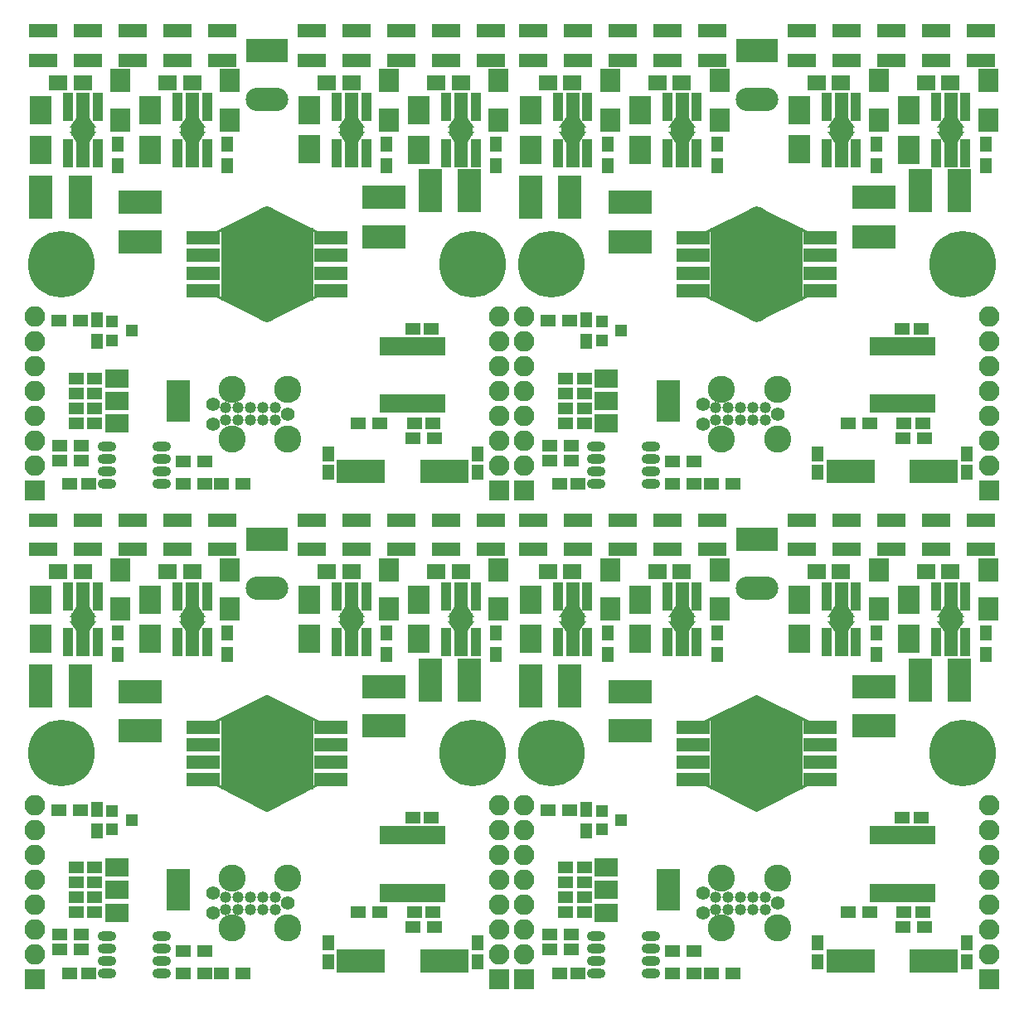
<source format=gts>
G04 #@! TF.GenerationSoftware,KiCad,Pcbnew,5.1.4*
G04 #@! TF.CreationDate,2019-08-27T21:41:19+02:00*
G04 #@! TF.ProjectId,led_pixel_stm32f030_x4,6c65645f-7069-4786-956c-5f73746d3332,1.1*
G04 #@! TF.SameCoordinates,Original*
G04 #@! TF.FileFunction,Soldermask,Top*
G04 #@! TF.FilePolarity,Negative*
%FSLAX46Y46*%
G04 Gerber Fmt 4.6, Leading zero omitted, Abs format (unit mm)*
G04 Created by KiCad (PCBNEW 5.1.4) date 2019-08-27 21:41:19*
%MOMM*%
%LPD*%
G04 APERTURE LIST*
%ADD10R,2.900000X1.400000*%
%ADD11R,3.400000X1.400000*%
%ADD12C,7.400000*%
%ADD13C,0.100000*%
%ADD14C,2.420524*%
%ADD15R,1.900000X1.650000*%
%ADD16R,1.300000X1.200000*%
%ADD17R,1.600000X1.150000*%
%ADD18C,6.800000*%
%ADD19C,1.000000*%
%ADD20R,1.300000X1.600000*%
%ADD21R,2.200000X2.900000*%
%ADD22R,4.400000X2.400000*%
%ADD23R,2.100000X2.400000*%
%ADD24R,2.400000X4.200000*%
%ADD25R,2.400000X1.900000*%
%ADD26R,0.850000X1.850000*%
%ADD27R,2.400000X4.400000*%
%ADD28R,2.400000X1.200000*%
%ADD29C,1.150000*%
%ADD30R,1.400000X2.900000*%
%ADD31R,1.100000X2.900000*%
%ADD32R,1.600000X1.300000*%
%ADD33R,4.900000X2.400000*%
%ADD34R,1.150000X1.600000*%
%ADD35R,2.100000X2.100000*%
%ADD36O,2.100000X2.100000*%
%ADD37O,1.873200X1.009600*%
%ADD38R,4.360000X2.380000*%
%ADD39O,4.360000X2.380000*%
%ADD40C,1.187400*%
%ADD41C,2.775000*%
%ADD42C,1.390600*%
G04 APERTURE END LIST*
D10*
X134572000Y-106148000D03*
X134572000Y-109148000D03*
X125428000Y-109148000D03*
X125428000Y-106148000D03*
X120856000Y-109148000D03*
X120856000Y-106148000D03*
X116284000Y-109148000D03*
X116284000Y-106148000D03*
X111712000Y-109148000D03*
X111712000Y-106148000D03*
X107140000Y-106148000D03*
X107140000Y-109148000D03*
D11*
X123500000Y-127300000D03*
X123500000Y-130900000D03*
X123500000Y-132700000D03*
X136500000Y-132700000D03*
X136500000Y-130900000D03*
X136500000Y-127300000D03*
D12*
X130000000Y-130000000D03*
D13*
G36*
X125300000Y-133700000D02*
G01*
X125300000Y-126300000D01*
X134700000Y-126300000D01*
X134700000Y-133700000D01*
X125300000Y-133700000D01*
X125300000Y-133700000D01*
G37*
D11*
X123500000Y-129100000D03*
X136500000Y-129100000D03*
D14*
X130000000Y-125375000D03*
D13*
G36*
X124654470Y-126700000D02*
G01*
X129942692Y-124050000D01*
X130057308Y-124050000D01*
X135345530Y-126700000D01*
X124654470Y-126700000D01*
X124654470Y-126700000D01*
G37*
D14*
X130000000Y-134625000D03*
D13*
G36*
X135345530Y-133300000D02*
G01*
X130057308Y-135950000D01*
X129942692Y-135950000D01*
X124654470Y-133300000D01*
X135345530Y-133300000D01*
X135345530Y-133300000D01*
G37*
D15*
X119860000Y-111458000D03*
X122360000Y-111458000D03*
D16*
X114166400Y-135857200D03*
X114166400Y-137757200D03*
X116166400Y-136807200D03*
D15*
X147292000Y-111458000D03*
X149792000Y-111458000D03*
D17*
X110508000Y-141684000D03*
X112408000Y-141684000D03*
D18*
X151000000Y-130000000D03*
D19*
X153400000Y-130000000D03*
X152697056Y-131697056D03*
X151000000Y-132400000D03*
X149302944Y-131697056D03*
X148600000Y-130000000D03*
X149302944Y-128302944D03*
X151000000Y-127600000D03*
X152697056Y-128302944D03*
X110697056Y-128302944D03*
X109000000Y-127600000D03*
X107302944Y-128302944D03*
X106600000Y-130000000D03*
X107302944Y-131697056D03*
X109000000Y-132400000D03*
X110697056Y-131697056D03*
X111400000Y-130000000D03*
D18*
X109000000Y-130000000D03*
D10*
X152860000Y-109148000D03*
X152860000Y-106148000D03*
X148288000Y-106148000D03*
X148288000Y-109148000D03*
X143716000Y-106148000D03*
X143716000Y-109148000D03*
X139144000Y-106148000D03*
X139144000Y-109148000D03*
D20*
X125936000Y-119924000D03*
X125936000Y-117724000D03*
D21*
X145494000Y-118284000D03*
X145494000Y-114284000D03*
D22*
X141938000Y-127174000D03*
X141938000Y-123174000D03*
D15*
X138616000Y-111458000D03*
X136116000Y-111458000D03*
D23*
X115014000Y-111236000D03*
X115014000Y-115236000D03*
D20*
X112626400Y-137907200D03*
X112626400Y-135707200D03*
D17*
X146761200Y-136603800D03*
X144861200Y-136603800D03*
D20*
X114760000Y-117724000D03*
X114760000Y-119924000D03*
D24*
X120958000Y-143970000D03*
D25*
X114658000Y-143970000D03*
X114658000Y-146270000D03*
X114658000Y-141670000D03*
D26*
X141934000Y-144253000D03*
X142584000Y-144253000D03*
X143234000Y-144253000D03*
X143884000Y-144253000D03*
X144534000Y-144253000D03*
X145184000Y-144253000D03*
X145834000Y-144253000D03*
X146484000Y-144253000D03*
X147134000Y-144253000D03*
X147784000Y-144253000D03*
X147784000Y-138353000D03*
X147134000Y-138353000D03*
X146484000Y-138353000D03*
X145834000Y-138353000D03*
X145184000Y-138353000D03*
X144534000Y-138353000D03*
X143884000Y-138353000D03*
X143234000Y-138353000D03*
X142584000Y-138353000D03*
X141934000Y-138353000D03*
D27*
X150669000Y-122507000D03*
X146669000Y-122507000D03*
D28*
X149812000Y-116284000D03*
D29*
X149812000Y-117064000D03*
D13*
G36*
X151185703Y-116489000D02*
G01*
X150419037Y-117639000D01*
X149204963Y-117639000D01*
X148438297Y-116489000D01*
X151185703Y-116489000D01*
X151185703Y-116489000D01*
G37*
D30*
X149812000Y-113934000D03*
D31*
X151312000Y-118634000D03*
D30*
X149812000Y-118634000D03*
D31*
X148312000Y-118634000D03*
X151312000Y-113934000D03*
X148312000Y-113934000D03*
D29*
X149812000Y-115504000D03*
D13*
G36*
X148438297Y-116079000D02*
G01*
X149204963Y-114929000D01*
X150419037Y-114929000D01*
X151185703Y-116079000D01*
X148438297Y-116079000D01*
X148438297Y-116079000D01*
G37*
D32*
X121407000Y-152479000D03*
X123607000Y-152479000D03*
D17*
X145054500Y-146256000D03*
X146954500Y-146256000D03*
D21*
X118062000Y-114284000D03*
X118062000Y-118284000D03*
D17*
X112408000Y-143208000D03*
X110508000Y-143208000D03*
D33*
X139593000Y-151209000D03*
X148093000Y-151209000D03*
D28*
X138636000Y-116284000D03*
D29*
X138636000Y-117064000D03*
D13*
G36*
X140009703Y-116489000D02*
G01*
X139243037Y-117639000D01*
X138028963Y-117639000D01*
X137262297Y-116489000D01*
X140009703Y-116489000D01*
X140009703Y-116489000D01*
G37*
D30*
X138636000Y-113934000D03*
D31*
X140136000Y-118634000D03*
D30*
X138636000Y-118634000D03*
D31*
X137136000Y-118634000D03*
X140136000Y-113934000D03*
X137136000Y-113934000D03*
D29*
X138636000Y-115504000D03*
D13*
G36*
X137262297Y-116079000D02*
G01*
X138028963Y-114929000D01*
X139243037Y-114929000D01*
X140009703Y-116079000D01*
X137262297Y-116079000D01*
X137262297Y-116079000D01*
G37*
D32*
X141514000Y-146256000D03*
X139314000Y-146256000D03*
D23*
X153622000Y-111236000D03*
X153622000Y-115236000D03*
D34*
X136223000Y-151270000D03*
X136223000Y-149370000D03*
D32*
X108732400Y-135791200D03*
X110932400Y-135791200D03*
D17*
X112408000Y-146256000D03*
X110508000Y-146256000D03*
D32*
X111034000Y-150066000D03*
X108834000Y-150066000D03*
X127544000Y-152479000D03*
X125344000Y-152479000D03*
D35*
X106270000Y-153114000D03*
D36*
X106270000Y-150574000D03*
X106270000Y-148034000D03*
X106270000Y-145494000D03*
X106270000Y-142954000D03*
X106270000Y-140414000D03*
X106270000Y-137874000D03*
X106270000Y-135334000D03*
D21*
X134318000Y-114258600D03*
X134318000Y-118258600D03*
D34*
X151463000Y-149370000D03*
X151463000Y-151270000D03*
D20*
X142192000Y-117724000D03*
X142192000Y-119924000D03*
D37*
X119205000Y-152479000D03*
X119205000Y-151209000D03*
X119205000Y-149939000D03*
X119205000Y-148669000D03*
X113617000Y-148669000D03*
X113617000Y-149939000D03*
X113617000Y-151209000D03*
X113617000Y-152479000D03*
D32*
X147102000Y-147780000D03*
X144902000Y-147780000D03*
D20*
X153368000Y-119924000D03*
X153368000Y-117724000D03*
D21*
X106886000Y-118284000D03*
X106886000Y-114284000D03*
D36*
X153730000Y-135334000D03*
X153730000Y-137874000D03*
X153730000Y-140414000D03*
X153730000Y-142954000D03*
X153730000Y-145494000D03*
X153730000Y-148034000D03*
X153730000Y-150574000D03*
D35*
X153730000Y-153114000D03*
D17*
X110508000Y-144732000D03*
X112408000Y-144732000D03*
D23*
X126190000Y-115236000D03*
X126190000Y-111236000D03*
D38*
X130000000Y-108156000D03*
D39*
X130000000Y-113156000D03*
D22*
X117046000Y-123682000D03*
X117046000Y-127682000D03*
D28*
X122380000Y-116284000D03*
D29*
X122380000Y-117064000D03*
D13*
G36*
X123753703Y-116489000D02*
G01*
X122987037Y-117639000D01*
X121772963Y-117639000D01*
X121006297Y-116489000D01*
X123753703Y-116489000D01*
X123753703Y-116489000D01*
G37*
D30*
X122380000Y-113934000D03*
D31*
X123880000Y-118634000D03*
D30*
X122380000Y-118634000D03*
D31*
X120880000Y-118634000D03*
X123880000Y-113934000D03*
X120880000Y-113934000D03*
D29*
X122380000Y-115504000D03*
D13*
G36*
X121006297Y-116079000D02*
G01*
X121772963Y-114929000D01*
X122987037Y-114929000D01*
X123753703Y-116079000D01*
X121006297Y-116079000D01*
X121006297Y-116079000D01*
G37*
D17*
X111773000Y-152479000D03*
X109873000Y-152479000D03*
D32*
X111034000Y-148542000D03*
X108834000Y-148542000D03*
D15*
X108684000Y-111458000D03*
X111184000Y-111458000D03*
D28*
X111204000Y-116284000D03*
D29*
X111204000Y-117064000D03*
D13*
G36*
X112577703Y-116489000D02*
G01*
X111811037Y-117639000D01*
X110596963Y-117639000D01*
X109830297Y-116489000D01*
X112577703Y-116489000D01*
X112577703Y-116489000D01*
G37*
D30*
X111204000Y-113934000D03*
D31*
X112704000Y-118634000D03*
D30*
X111204000Y-118634000D03*
D31*
X109704000Y-118634000D03*
X112704000Y-113934000D03*
X109704000Y-113934000D03*
D29*
X111204000Y-115504000D03*
D13*
G36*
X109830297Y-116079000D02*
G01*
X110596963Y-114929000D01*
X111811037Y-114929000D01*
X112577703Y-116079000D01*
X109830297Y-116079000D01*
X109830297Y-116079000D01*
G37*
D32*
X123607000Y-150193000D03*
X121407000Y-150193000D03*
D23*
X142446000Y-115236000D03*
X142446000Y-111236000D03*
D40*
X128336000Y-144681000D03*
X128336000Y-145951000D03*
X129606000Y-145951000D03*
X129606000Y-144681000D03*
X130876000Y-145951000D03*
X130876000Y-144681000D03*
X127066000Y-145951000D03*
X125796000Y-145951000D03*
X125796000Y-144681000D03*
X127066000Y-144681000D03*
D41*
X132146000Y-147856000D03*
D42*
X132146000Y-145316000D03*
X124526000Y-146331000D03*
X124526000Y-144301000D03*
D41*
X132146000Y-142776000D03*
X126431000Y-142776000D03*
X126431000Y-147856000D03*
D27*
X106918000Y-123142000D03*
X110918000Y-123142000D03*
D10*
X84572000Y-106148000D03*
X84572000Y-109148000D03*
X75428000Y-109148000D03*
X75428000Y-106148000D03*
X70856000Y-109148000D03*
X70856000Y-106148000D03*
X66284000Y-109148000D03*
X66284000Y-106148000D03*
X61712000Y-109148000D03*
X61712000Y-106148000D03*
X57140000Y-106148000D03*
X57140000Y-109148000D03*
D11*
X73500000Y-127300000D03*
X73500000Y-130900000D03*
X73500000Y-132700000D03*
X86500000Y-132700000D03*
X86500000Y-130900000D03*
X86500000Y-127300000D03*
D12*
X80000000Y-130000000D03*
D13*
G36*
X75300000Y-133700000D02*
G01*
X75300000Y-126300000D01*
X84700000Y-126300000D01*
X84700000Y-133700000D01*
X75300000Y-133700000D01*
X75300000Y-133700000D01*
G37*
D11*
X73500000Y-129100000D03*
X86500000Y-129100000D03*
D14*
X80000000Y-125375000D03*
D13*
G36*
X74654470Y-126700000D02*
G01*
X79942692Y-124050000D01*
X80057308Y-124050000D01*
X85345530Y-126700000D01*
X74654470Y-126700000D01*
X74654470Y-126700000D01*
G37*
D14*
X80000000Y-134625000D03*
D13*
G36*
X85345530Y-133300000D02*
G01*
X80057308Y-135950000D01*
X79942692Y-135950000D01*
X74654470Y-133300000D01*
X85345530Y-133300000D01*
X85345530Y-133300000D01*
G37*
D15*
X69860000Y-111458000D03*
X72360000Y-111458000D03*
D16*
X64166400Y-135857200D03*
X64166400Y-137757200D03*
X66166400Y-136807200D03*
D15*
X97292000Y-111458000D03*
X99792000Y-111458000D03*
D17*
X60508000Y-141684000D03*
X62408000Y-141684000D03*
D18*
X101000000Y-130000000D03*
D19*
X103400000Y-130000000D03*
X102697056Y-131697056D03*
X101000000Y-132400000D03*
X99302944Y-131697056D03*
X98600000Y-130000000D03*
X99302944Y-128302944D03*
X101000000Y-127600000D03*
X102697056Y-128302944D03*
X60697056Y-128302944D03*
X59000000Y-127600000D03*
X57302944Y-128302944D03*
X56600000Y-130000000D03*
X57302944Y-131697056D03*
X59000000Y-132400000D03*
X60697056Y-131697056D03*
X61400000Y-130000000D03*
D18*
X59000000Y-130000000D03*
D10*
X102860000Y-109148000D03*
X102860000Y-106148000D03*
X98288000Y-106148000D03*
X98288000Y-109148000D03*
X93716000Y-106148000D03*
X93716000Y-109148000D03*
X89144000Y-106148000D03*
X89144000Y-109148000D03*
D20*
X75936000Y-119924000D03*
X75936000Y-117724000D03*
D21*
X95494000Y-118284000D03*
X95494000Y-114284000D03*
D22*
X91938000Y-127174000D03*
X91938000Y-123174000D03*
D15*
X88616000Y-111458000D03*
X86116000Y-111458000D03*
D23*
X65014000Y-111236000D03*
X65014000Y-115236000D03*
D20*
X62626400Y-137907200D03*
X62626400Y-135707200D03*
D17*
X96761200Y-136603800D03*
X94861200Y-136603800D03*
D20*
X64760000Y-117724000D03*
X64760000Y-119924000D03*
D24*
X70958000Y-143970000D03*
D25*
X64658000Y-143970000D03*
X64658000Y-146270000D03*
X64658000Y-141670000D03*
D26*
X91934000Y-144253000D03*
X92584000Y-144253000D03*
X93234000Y-144253000D03*
X93884000Y-144253000D03*
X94534000Y-144253000D03*
X95184000Y-144253000D03*
X95834000Y-144253000D03*
X96484000Y-144253000D03*
X97134000Y-144253000D03*
X97784000Y-144253000D03*
X97784000Y-138353000D03*
X97134000Y-138353000D03*
X96484000Y-138353000D03*
X95834000Y-138353000D03*
X95184000Y-138353000D03*
X94534000Y-138353000D03*
X93884000Y-138353000D03*
X93234000Y-138353000D03*
X92584000Y-138353000D03*
X91934000Y-138353000D03*
D27*
X100669000Y-122507000D03*
X96669000Y-122507000D03*
D28*
X99812000Y-116284000D03*
D29*
X99812000Y-117064000D03*
D13*
G36*
X101185703Y-116489000D02*
G01*
X100419037Y-117639000D01*
X99204963Y-117639000D01*
X98438297Y-116489000D01*
X101185703Y-116489000D01*
X101185703Y-116489000D01*
G37*
D30*
X99812000Y-113934000D03*
D31*
X101312000Y-118634000D03*
D30*
X99812000Y-118634000D03*
D31*
X98312000Y-118634000D03*
X101312000Y-113934000D03*
X98312000Y-113934000D03*
D29*
X99812000Y-115504000D03*
D13*
G36*
X98438297Y-116079000D02*
G01*
X99204963Y-114929000D01*
X100419037Y-114929000D01*
X101185703Y-116079000D01*
X98438297Y-116079000D01*
X98438297Y-116079000D01*
G37*
D32*
X71407000Y-152479000D03*
X73607000Y-152479000D03*
D17*
X95054500Y-146256000D03*
X96954500Y-146256000D03*
D21*
X68062000Y-114284000D03*
X68062000Y-118284000D03*
D17*
X62408000Y-143208000D03*
X60508000Y-143208000D03*
D33*
X89593000Y-151209000D03*
X98093000Y-151209000D03*
D28*
X88636000Y-116284000D03*
D29*
X88636000Y-117064000D03*
D13*
G36*
X90009703Y-116489000D02*
G01*
X89243037Y-117639000D01*
X88028963Y-117639000D01*
X87262297Y-116489000D01*
X90009703Y-116489000D01*
X90009703Y-116489000D01*
G37*
D30*
X88636000Y-113934000D03*
D31*
X90136000Y-118634000D03*
D30*
X88636000Y-118634000D03*
D31*
X87136000Y-118634000D03*
X90136000Y-113934000D03*
X87136000Y-113934000D03*
D29*
X88636000Y-115504000D03*
D13*
G36*
X87262297Y-116079000D02*
G01*
X88028963Y-114929000D01*
X89243037Y-114929000D01*
X90009703Y-116079000D01*
X87262297Y-116079000D01*
X87262297Y-116079000D01*
G37*
D32*
X91514000Y-146256000D03*
X89314000Y-146256000D03*
D23*
X103622000Y-111236000D03*
X103622000Y-115236000D03*
D34*
X86223000Y-151270000D03*
X86223000Y-149370000D03*
D32*
X58732400Y-135791200D03*
X60932400Y-135791200D03*
D17*
X62408000Y-146256000D03*
X60508000Y-146256000D03*
D32*
X61034000Y-150066000D03*
X58834000Y-150066000D03*
X77544000Y-152479000D03*
X75344000Y-152479000D03*
D35*
X56270000Y-153114000D03*
D36*
X56270000Y-150574000D03*
X56270000Y-148034000D03*
X56270000Y-145494000D03*
X56270000Y-142954000D03*
X56270000Y-140414000D03*
X56270000Y-137874000D03*
X56270000Y-135334000D03*
D21*
X84318000Y-114258600D03*
X84318000Y-118258600D03*
D34*
X101463000Y-149370000D03*
X101463000Y-151270000D03*
D20*
X92192000Y-117724000D03*
X92192000Y-119924000D03*
D37*
X69205000Y-152479000D03*
X69205000Y-151209000D03*
X69205000Y-149939000D03*
X69205000Y-148669000D03*
X63617000Y-148669000D03*
X63617000Y-149939000D03*
X63617000Y-151209000D03*
X63617000Y-152479000D03*
D32*
X97102000Y-147780000D03*
X94902000Y-147780000D03*
D20*
X103368000Y-119924000D03*
X103368000Y-117724000D03*
D21*
X56886000Y-118284000D03*
X56886000Y-114284000D03*
D36*
X103730000Y-135334000D03*
X103730000Y-137874000D03*
X103730000Y-140414000D03*
X103730000Y-142954000D03*
X103730000Y-145494000D03*
X103730000Y-148034000D03*
X103730000Y-150574000D03*
D35*
X103730000Y-153114000D03*
D17*
X60508000Y-144732000D03*
X62408000Y-144732000D03*
D23*
X76190000Y-115236000D03*
X76190000Y-111236000D03*
D38*
X80000000Y-108156000D03*
D39*
X80000000Y-113156000D03*
D22*
X67046000Y-123682000D03*
X67046000Y-127682000D03*
D28*
X72380000Y-116284000D03*
D29*
X72380000Y-117064000D03*
D13*
G36*
X73753703Y-116489000D02*
G01*
X72987037Y-117639000D01*
X71772963Y-117639000D01*
X71006297Y-116489000D01*
X73753703Y-116489000D01*
X73753703Y-116489000D01*
G37*
D30*
X72380000Y-113934000D03*
D31*
X73880000Y-118634000D03*
D30*
X72380000Y-118634000D03*
D31*
X70880000Y-118634000D03*
X73880000Y-113934000D03*
X70880000Y-113934000D03*
D29*
X72380000Y-115504000D03*
D13*
G36*
X71006297Y-116079000D02*
G01*
X71772963Y-114929000D01*
X72987037Y-114929000D01*
X73753703Y-116079000D01*
X71006297Y-116079000D01*
X71006297Y-116079000D01*
G37*
D17*
X61773000Y-152479000D03*
X59873000Y-152479000D03*
D32*
X61034000Y-148542000D03*
X58834000Y-148542000D03*
D15*
X58684000Y-111458000D03*
X61184000Y-111458000D03*
D28*
X61204000Y-116284000D03*
D29*
X61204000Y-117064000D03*
D13*
G36*
X62577703Y-116489000D02*
G01*
X61811037Y-117639000D01*
X60596963Y-117639000D01*
X59830297Y-116489000D01*
X62577703Y-116489000D01*
X62577703Y-116489000D01*
G37*
D30*
X61204000Y-113934000D03*
D31*
X62704000Y-118634000D03*
D30*
X61204000Y-118634000D03*
D31*
X59704000Y-118634000D03*
X62704000Y-113934000D03*
X59704000Y-113934000D03*
D29*
X61204000Y-115504000D03*
D13*
G36*
X59830297Y-116079000D02*
G01*
X60596963Y-114929000D01*
X61811037Y-114929000D01*
X62577703Y-116079000D01*
X59830297Y-116079000D01*
X59830297Y-116079000D01*
G37*
D32*
X73607000Y-150193000D03*
X71407000Y-150193000D03*
D23*
X92446000Y-115236000D03*
X92446000Y-111236000D03*
D40*
X78336000Y-144681000D03*
X78336000Y-145951000D03*
X79606000Y-145951000D03*
X79606000Y-144681000D03*
X80876000Y-145951000D03*
X80876000Y-144681000D03*
X77066000Y-145951000D03*
X75796000Y-145951000D03*
X75796000Y-144681000D03*
X77066000Y-144681000D03*
D41*
X82146000Y-147856000D03*
D42*
X82146000Y-145316000D03*
X74526000Y-146331000D03*
X74526000Y-144301000D03*
D41*
X82146000Y-142776000D03*
X76431000Y-142776000D03*
X76431000Y-147856000D03*
D27*
X56918000Y-123142000D03*
X60918000Y-123142000D03*
D10*
X134572000Y-56148000D03*
X134572000Y-59148000D03*
X125428000Y-59148000D03*
X125428000Y-56148000D03*
X120856000Y-59148000D03*
X120856000Y-56148000D03*
X116284000Y-59148000D03*
X116284000Y-56148000D03*
X111712000Y-59148000D03*
X111712000Y-56148000D03*
X107140000Y-56148000D03*
X107140000Y-59148000D03*
D11*
X123500000Y-77300000D03*
X123500000Y-80900000D03*
X123500000Y-82700000D03*
X136500000Y-82700000D03*
X136500000Y-80900000D03*
X136500000Y-77300000D03*
D12*
X130000000Y-80000000D03*
D13*
G36*
X125300000Y-83700000D02*
G01*
X125300000Y-76300000D01*
X134700000Y-76300000D01*
X134700000Y-83700000D01*
X125300000Y-83700000D01*
X125300000Y-83700000D01*
G37*
D11*
X123500000Y-79100000D03*
X136500000Y-79100000D03*
D14*
X130000000Y-75375000D03*
D13*
G36*
X124654470Y-76700000D02*
G01*
X129942692Y-74050000D01*
X130057308Y-74050000D01*
X135345530Y-76700000D01*
X124654470Y-76700000D01*
X124654470Y-76700000D01*
G37*
D14*
X130000000Y-84625000D03*
D13*
G36*
X135345530Y-83300000D02*
G01*
X130057308Y-85950000D01*
X129942692Y-85950000D01*
X124654470Y-83300000D01*
X135345530Y-83300000D01*
X135345530Y-83300000D01*
G37*
D15*
X119860000Y-61458000D03*
X122360000Y-61458000D03*
D16*
X114166400Y-85857200D03*
X114166400Y-87757200D03*
X116166400Y-86807200D03*
D15*
X147292000Y-61458000D03*
X149792000Y-61458000D03*
D17*
X110508000Y-91684000D03*
X112408000Y-91684000D03*
D18*
X151000000Y-80000000D03*
D19*
X153400000Y-80000000D03*
X152697056Y-81697056D03*
X151000000Y-82400000D03*
X149302944Y-81697056D03*
X148600000Y-80000000D03*
X149302944Y-78302944D03*
X151000000Y-77600000D03*
X152697056Y-78302944D03*
X110697056Y-78302944D03*
X109000000Y-77600000D03*
X107302944Y-78302944D03*
X106600000Y-80000000D03*
X107302944Y-81697056D03*
X109000000Y-82400000D03*
X110697056Y-81697056D03*
X111400000Y-80000000D03*
D18*
X109000000Y-80000000D03*
D10*
X152860000Y-59148000D03*
X152860000Y-56148000D03*
X148288000Y-56148000D03*
X148288000Y-59148000D03*
X143716000Y-56148000D03*
X143716000Y-59148000D03*
X139144000Y-56148000D03*
X139144000Y-59148000D03*
D20*
X125936000Y-69924000D03*
X125936000Y-67724000D03*
D21*
X145494000Y-68284000D03*
X145494000Y-64284000D03*
D22*
X141938000Y-77174000D03*
X141938000Y-73174000D03*
D15*
X138616000Y-61458000D03*
X136116000Y-61458000D03*
D23*
X115014000Y-61236000D03*
X115014000Y-65236000D03*
D20*
X112626400Y-87907200D03*
X112626400Y-85707200D03*
D17*
X146761200Y-86603800D03*
X144861200Y-86603800D03*
D20*
X114760000Y-67724000D03*
X114760000Y-69924000D03*
D24*
X120958000Y-93970000D03*
D25*
X114658000Y-93970000D03*
X114658000Y-96270000D03*
X114658000Y-91670000D03*
D26*
X141934000Y-94253000D03*
X142584000Y-94253000D03*
X143234000Y-94253000D03*
X143884000Y-94253000D03*
X144534000Y-94253000D03*
X145184000Y-94253000D03*
X145834000Y-94253000D03*
X146484000Y-94253000D03*
X147134000Y-94253000D03*
X147784000Y-94253000D03*
X147784000Y-88353000D03*
X147134000Y-88353000D03*
X146484000Y-88353000D03*
X145834000Y-88353000D03*
X145184000Y-88353000D03*
X144534000Y-88353000D03*
X143884000Y-88353000D03*
X143234000Y-88353000D03*
X142584000Y-88353000D03*
X141934000Y-88353000D03*
D27*
X150669000Y-72507000D03*
X146669000Y-72507000D03*
D28*
X149812000Y-66284000D03*
D29*
X149812000Y-67064000D03*
D13*
G36*
X151185703Y-66489000D02*
G01*
X150419037Y-67639000D01*
X149204963Y-67639000D01*
X148438297Y-66489000D01*
X151185703Y-66489000D01*
X151185703Y-66489000D01*
G37*
D30*
X149812000Y-63934000D03*
D31*
X151312000Y-68634000D03*
D30*
X149812000Y-68634000D03*
D31*
X148312000Y-68634000D03*
X151312000Y-63934000D03*
X148312000Y-63934000D03*
D29*
X149812000Y-65504000D03*
D13*
G36*
X148438297Y-66079000D02*
G01*
X149204963Y-64929000D01*
X150419037Y-64929000D01*
X151185703Y-66079000D01*
X148438297Y-66079000D01*
X148438297Y-66079000D01*
G37*
D32*
X121407000Y-102479000D03*
X123607000Y-102479000D03*
D17*
X145054500Y-96256000D03*
X146954500Y-96256000D03*
D21*
X118062000Y-64284000D03*
X118062000Y-68284000D03*
D17*
X112408000Y-93208000D03*
X110508000Y-93208000D03*
D33*
X139593000Y-101209000D03*
X148093000Y-101209000D03*
D28*
X138636000Y-66284000D03*
D29*
X138636000Y-67064000D03*
D13*
G36*
X140009703Y-66489000D02*
G01*
X139243037Y-67639000D01*
X138028963Y-67639000D01*
X137262297Y-66489000D01*
X140009703Y-66489000D01*
X140009703Y-66489000D01*
G37*
D30*
X138636000Y-63934000D03*
D31*
X140136000Y-68634000D03*
D30*
X138636000Y-68634000D03*
D31*
X137136000Y-68634000D03*
X140136000Y-63934000D03*
X137136000Y-63934000D03*
D29*
X138636000Y-65504000D03*
D13*
G36*
X137262297Y-66079000D02*
G01*
X138028963Y-64929000D01*
X139243037Y-64929000D01*
X140009703Y-66079000D01*
X137262297Y-66079000D01*
X137262297Y-66079000D01*
G37*
D32*
X141514000Y-96256000D03*
X139314000Y-96256000D03*
D23*
X153622000Y-61236000D03*
X153622000Y-65236000D03*
D34*
X136223000Y-101270000D03*
X136223000Y-99370000D03*
D32*
X108732400Y-85791200D03*
X110932400Y-85791200D03*
D17*
X112408000Y-96256000D03*
X110508000Y-96256000D03*
D32*
X111034000Y-100066000D03*
X108834000Y-100066000D03*
X127544000Y-102479000D03*
X125344000Y-102479000D03*
D35*
X106270000Y-103114000D03*
D36*
X106270000Y-100574000D03*
X106270000Y-98034000D03*
X106270000Y-95494000D03*
X106270000Y-92954000D03*
X106270000Y-90414000D03*
X106270000Y-87874000D03*
X106270000Y-85334000D03*
D21*
X134318000Y-64258600D03*
X134318000Y-68258600D03*
D34*
X151463000Y-99370000D03*
X151463000Y-101270000D03*
D20*
X142192000Y-67724000D03*
X142192000Y-69924000D03*
D37*
X119205000Y-102479000D03*
X119205000Y-101209000D03*
X119205000Y-99939000D03*
X119205000Y-98669000D03*
X113617000Y-98669000D03*
X113617000Y-99939000D03*
X113617000Y-101209000D03*
X113617000Y-102479000D03*
D32*
X147102000Y-97780000D03*
X144902000Y-97780000D03*
D20*
X153368000Y-69924000D03*
X153368000Y-67724000D03*
D21*
X106886000Y-68284000D03*
X106886000Y-64284000D03*
D36*
X153730000Y-85334000D03*
X153730000Y-87874000D03*
X153730000Y-90414000D03*
X153730000Y-92954000D03*
X153730000Y-95494000D03*
X153730000Y-98034000D03*
X153730000Y-100574000D03*
D35*
X153730000Y-103114000D03*
D17*
X110508000Y-94732000D03*
X112408000Y-94732000D03*
D23*
X126190000Y-65236000D03*
X126190000Y-61236000D03*
D38*
X130000000Y-58156000D03*
D39*
X130000000Y-63156000D03*
D22*
X117046000Y-73682000D03*
X117046000Y-77682000D03*
D28*
X122380000Y-66284000D03*
D29*
X122380000Y-67064000D03*
D13*
G36*
X123753703Y-66489000D02*
G01*
X122987037Y-67639000D01*
X121772963Y-67639000D01*
X121006297Y-66489000D01*
X123753703Y-66489000D01*
X123753703Y-66489000D01*
G37*
D30*
X122380000Y-63934000D03*
D31*
X123880000Y-68634000D03*
D30*
X122380000Y-68634000D03*
D31*
X120880000Y-68634000D03*
X123880000Y-63934000D03*
X120880000Y-63934000D03*
D29*
X122380000Y-65504000D03*
D13*
G36*
X121006297Y-66079000D02*
G01*
X121772963Y-64929000D01*
X122987037Y-64929000D01*
X123753703Y-66079000D01*
X121006297Y-66079000D01*
X121006297Y-66079000D01*
G37*
D17*
X111773000Y-102479000D03*
X109873000Y-102479000D03*
D32*
X111034000Y-98542000D03*
X108834000Y-98542000D03*
D15*
X108684000Y-61458000D03*
X111184000Y-61458000D03*
D28*
X111204000Y-66284000D03*
D29*
X111204000Y-67064000D03*
D13*
G36*
X112577703Y-66489000D02*
G01*
X111811037Y-67639000D01*
X110596963Y-67639000D01*
X109830297Y-66489000D01*
X112577703Y-66489000D01*
X112577703Y-66489000D01*
G37*
D30*
X111204000Y-63934000D03*
D31*
X112704000Y-68634000D03*
D30*
X111204000Y-68634000D03*
D31*
X109704000Y-68634000D03*
X112704000Y-63934000D03*
X109704000Y-63934000D03*
D29*
X111204000Y-65504000D03*
D13*
G36*
X109830297Y-66079000D02*
G01*
X110596963Y-64929000D01*
X111811037Y-64929000D01*
X112577703Y-66079000D01*
X109830297Y-66079000D01*
X109830297Y-66079000D01*
G37*
D32*
X123607000Y-100193000D03*
X121407000Y-100193000D03*
D23*
X142446000Y-65236000D03*
X142446000Y-61236000D03*
D40*
X128336000Y-94681000D03*
X128336000Y-95951000D03*
X129606000Y-95951000D03*
X129606000Y-94681000D03*
X130876000Y-95951000D03*
X130876000Y-94681000D03*
X127066000Y-95951000D03*
X125796000Y-95951000D03*
X125796000Y-94681000D03*
X127066000Y-94681000D03*
D41*
X132146000Y-97856000D03*
D42*
X132146000Y-95316000D03*
X124526000Y-96331000D03*
X124526000Y-94301000D03*
D41*
X132146000Y-92776000D03*
X126431000Y-92776000D03*
X126431000Y-97856000D03*
D27*
X106918000Y-73142000D03*
X110918000Y-73142000D03*
D14*
X80000000Y-84625000D03*
D13*
G36*
X85345530Y-83300000D02*
G01*
X80057308Y-85950000D01*
X79942692Y-85950000D01*
X74654470Y-83300000D01*
X85345530Y-83300000D01*
X85345530Y-83300000D01*
G37*
D14*
X80000000Y-75375000D03*
D13*
G36*
X74654470Y-76700000D02*
G01*
X79942692Y-74050000D01*
X80057308Y-74050000D01*
X85345530Y-76700000D01*
X74654470Y-76700000D01*
X74654470Y-76700000D01*
G37*
D11*
X86500000Y-79100000D03*
X73500000Y-79100000D03*
D12*
X80000000Y-80000000D03*
D13*
G36*
X75300000Y-83700000D02*
G01*
X75300000Y-76300000D01*
X84700000Y-76300000D01*
X84700000Y-83700000D01*
X75300000Y-83700000D01*
X75300000Y-83700000D01*
G37*
D11*
X86500000Y-77300000D03*
X86500000Y-80900000D03*
X86500000Y-82700000D03*
X73500000Y-82700000D03*
X73500000Y-80900000D03*
X73500000Y-77300000D03*
D41*
X76431000Y-97856000D03*
X76431000Y-92776000D03*
X82146000Y-92776000D03*
D42*
X74526000Y-94301000D03*
X74526000Y-96331000D03*
X82146000Y-95316000D03*
D41*
X82146000Y-97856000D03*
D40*
X77066000Y-94681000D03*
X75796000Y-94681000D03*
X75796000Y-95951000D03*
X77066000Y-95951000D03*
X80876000Y-94681000D03*
X80876000Y-95951000D03*
X79606000Y-94681000D03*
X79606000Y-95951000D03*
X78336000Y-95951000D03*
X78336000Y-94681000D03*
D27*
X60918000Y-73142000D03*
X56918000Y-73142000D03*
D16*
X66166400Y-86807200D03*
X64166400Y-87757200D03*
X64166400Y-85857200D03*
D17*
X59873000Y-102479000D03*
X61773000Y-102479000D03*
X94861200Y-86603800D03*
X96761200Y-86603800D03*
X96954500Y-96256000D03*
X95054500Y-96256000D03*
D34*
X86223000Y-99370000D03*
X86223000Y-101270000D03*
X101463000Y-101270000D03*
X101463000Y-99370000D03*
D17*
X62408000Y-94732000D03*
X60508000Y-94732000D03*
X60508000Y-96256000D03*
X62408000Y-96256000D03*
X60508000Y-93208000D03*
X62408000Y-93208000D03*
X62408000Y-91684000D03*
X60508000Y-91684000D03*
D15*
X99792000Y-61458000D03*
X97292000Y-61458000D03*
X72360000Y-61458000D03*
X69860000Y-61458000D03*
X86116000Y-61458000D03*
X88616000Y-61458000D03*
X61184000Y-61458000D03*
X58684000Y-61458000D03*
D21*
X95494000Y-64284000D03*
X95494000Y-68284000D03*
X68062000Y-68284000D03*
X68062000Y-64284000D03*
X84318000Y-68258600D03*
X84318000Y-64258600D03*
X56886000Y-64284000D03*
X56886000Y-68284000D03*
D39*
X80000000Y-63156000D03*
D38*
X80000000Y-58156000D03*
D27*
X96669000Y-72507000D03*
X100669000Y-72507000D03*
D22*
X67046000Y-77682000D03*
X67046000Y-73682000D03*
X91938000Y-73174000D03*
X91938000Y-77174000D03*
D32*
X89314000Y-96256000D03*
X91514000Y-96256000D03*
X71407000Y-100193000D03*
X73607000Y-100193000D03*
X60932400Y-85791200D03*
X58732400Y-85791200D03*
D20*
X62626400Y-85707200D03*
X62626400Y-87907200D03*
D32*
X73607000Y-102479000D03*
X71407000Y-102479000D03*
X58834000Y-100066000D03*
X61034000Y-100066000D03*
X75344000Y-102479000D03*
X77544000Y-102479000D03*
X58834000Y-98542000D03*
X61034000Y-98542000D03*
D23*
X103622000Y-65236000D03*
X103622000Y-61236000D03*
X76190000Y-61236000D03*
X76190000Y-65236000D03*
X92446000Y-61236000D03*
X92446000Y-65236000D03*
X65014000Y-65236000D03*
X65014000Y-61236000D03*
D20*
X103368000Y-67724000D03*
X103368000Y-69924000D03*
X75936000Y-67724000D03*
X75936000Y-69924000D03*
X92192000Y-69924000D03*
X92192000Y-67724000D03*
X64760000Y-69924000D03*
X64760000Y-67724000D03*
D26*
X91934000Y-88353000D03*
X92584000Y-88353000D03*
X93234000Y-88353000D03*
X93884000Y-88353000D03*
X94534000Y-88353000D03*
X95184000Y-88353000D03*
X95834000Y-88353000D03*
X96484000Y-88353000D03*
X97134000Y-88353000D03*
X97784000Y-88353000D03*
X97784000Y-94253000D03*
X97134000Y-94253000D03*
X96484000Y-94253000D03*
X95834000Y-94253000D03*
X95184000Y-94253000D03*
X94534000Y-94253000D03*
X93884000Y-94253000D03*
X93234000Y-94253000D03*
X92584000Y-94253000D03*
X91934000Y-94253000D03*
D37*
X63617000Y-102479000D03*
X63617000Y-101209000D03*
X63617000Y-99939000D03*
X63617000Y-98669000D03*
X69205000Y-98669000D03*
X69205000Y-99939000D03*
X69205000Y-101209000D03*
X69205000Y-102479000D03*
D25*
X64658000Y-91670000D03*
X64658000Y-96270000D03*
X64658000Y-93970000D03*
D24*
X70958000Y-93970000D03*
D29*
X99812000Y-65504000D03*
D13*
G36*
X98438297Y-66079000D02*
G01*
X99204963Y-64929000D01*
X100419037Y-64929000D01*
X101185703Y-66079000D01*
X98438297Y-66079000D01*
X98438297Y-66079000D01*
G37*
D31*
X98312000Y-63934000D03*
X101312000Y-63934000D03*
X98312000Y-68634000D03*
D30*
X99812000Y-68634000D03*
D31*
X101312000Y-68634000D03*
D30*
X99812000Y-63934000D03*
D29*
X99812000Y-67064000D03*
D13*
G36*
X101185703Y-66489000D02*
G01*
X100419037Y-67639000D01*
X99204963Y-67639000D01*
X98438297Y-66489000D01*
X101185703Y-66489000D01*
X101185703Y-66489000D01*
G37*
D28*
X99812000Y-66284000D03*
D29*
X72380000Y-65504000D03*
D13*
G36*
X71006297Y-66079000D02*
G01*
X71772963Y-64929000D01*
X72987037Y-64929000D01*
X73753703Y-66079000D01*
X71006297Y-66079000D01*
X71006297Y-66079000D01*
G37*
D31*
X70880000Y-63934000D03*
X73880000Y-63934000D03*
X70880000Y-68634000D03*
D30*
X72380000Y-68634000D03*
D31*
X73880000Y-68634000D03*
D30*
X72380000Y-63934000D03*
D29*
X72380000Y-67064000D03*
D13*
G36*
X73753703Y-66489000D02*
G01*
X72987037Y-67639000D01*
X71772963Y-67639000D01*
X71006297Y-66489000D01*
X73753703Y-66489000D01*
X73753703Y-66489000D01*
G37*
D28*
X72380000Y-66284000D03*
D29*
X88636000Y-65504000D03*
D13*
G36*
X87262297Y-66079000D02*
G01*
X88028963Y-64929000D01*
X89243037Y-64929000D01*
X90009703Y-66079000D01*
X87262297Y-66079000D01*
X87262297Y-66079000D01*
G37*
D31*
X87136000Y-63934000D03*
X90136000Y-63934000D03*
X87136000Y-68634000D03*
D30*
X88636000Y-68634000D03*
D31*
X90136000Y-68634000D03*
D30*
X88636000Y-63934000D03*
D29*
X88636000Y-67064000D03*
D13*
G36*
X90009703Y-66489000D02*
G01*
X89243037Y-67639000D01*
X88028963Y-67639000D01*
X87262297Y-66489000D01*
X90009703Y-66489000D01*
X90009703Y-66489000D01*
G37*
D28*
X88636000Y-66284000D03*
D29*
X61204000Y-65504000D03*
D13*
G36*
X59830297Y-66079000D02*
G01*
X60596963Y-64929000D01*
X61811037Y-64929000D01*
X62577703Y-66079000D01*
X59830297Y-66079000D01*
X59830297Y-66079000D01*
G37*
D31*
X59704000Y-63934000D03*
X62704000Y-63934000D03*
X59704000Y-68634000D03*
D30*
X61204000Y-68634000D03*
D31*
X62704000Y-68634000D03*
D30*
X61204000Y-63934000D03*
D29*
X61204000Y-67064000D03*
D13*
G36*
X62577703Y-66489000D02*
G01*
X61811037Y-67639000D01*
X60596963Y-67639000D01*
X59830297Y-66489000D01*
X62577703Y-66489000D01*
X62577703Y-66489000D01*
G37*
D28*
X61204000Y-66284000D03*
D33*
X98093000Y-101209000D03*
X89593000Y-101209000D03*
D32*
X94902000Y-97780000D03*
X97102000Y-97780000D03*
D36*
X56270000Y-85334000D03*
X56270000Y-87874000D03*
X56270000Y-90414000D03*
X56270000Y-92954000D03*
X56270000Y-95494000D03*
X56270000Y-98034000D03*
X56270000Y-100574000D03*
D35*
X56270000Y-103114000D03*
X103730000Y-103114000D03*
D36*
X103730000Y-100574000D03*
X103730000Y-98034000D03*
X103730000Y-95494000D03*
X103730000Y-92954000D03*
X103730000Y-90414000D03*
X103730000Y-87874000D03*
X103730000Y-85334000D03*
D10*
X57140000Y-59148000D03*
X57140000Y-56148000D03*
X61712000Y-56148000D03*
X61712000Y-59148000D03*
X66284000Y-56148000D03*
X66284000Y-59148000D03*
X70856000Y-56148000D03*
X70856000Y-59148000D03*
X75428000Y-56148000D03*
X75428000Y-59148000D03*
X84572000Y-59148000D03*
X84572000Y-56148000D03*
X89144000Y-59148000D03*
X89144000Y-56148000D03*
X93716000Y-59148000D03*
X93716000Y-56148000D03*
X98288000Y-59148000D03*
X98288000Y-56148000D03*
X102860000Y-56148000D03*
X102860000Y-59148000D03*
D18*
X59000000Y-80000000D03*
D19*
X61400000Y-80000000D03*
X60697056Y-81697056D03*
X59000000Y-82400000D03*
X57302944Y-81697056D03*
X56600000Y-80000000D03*
X57302944Y-78302944D03*
X59000000Y-77600000D03*
X60697056Y-78302944D03*
X102697056Y-78302944D03*
X101000000Y-77600000D03*
X99302944Y-78302944D03*
X98600000Y-80000000D03*
X99302944Y-81697056D03*
X101000000Y-82400000D03*
X102697056Y-81697056D03*
X103400000Y-80000000D03*
D18*
X101000000Y-80000000D03*
M02*

</source>
